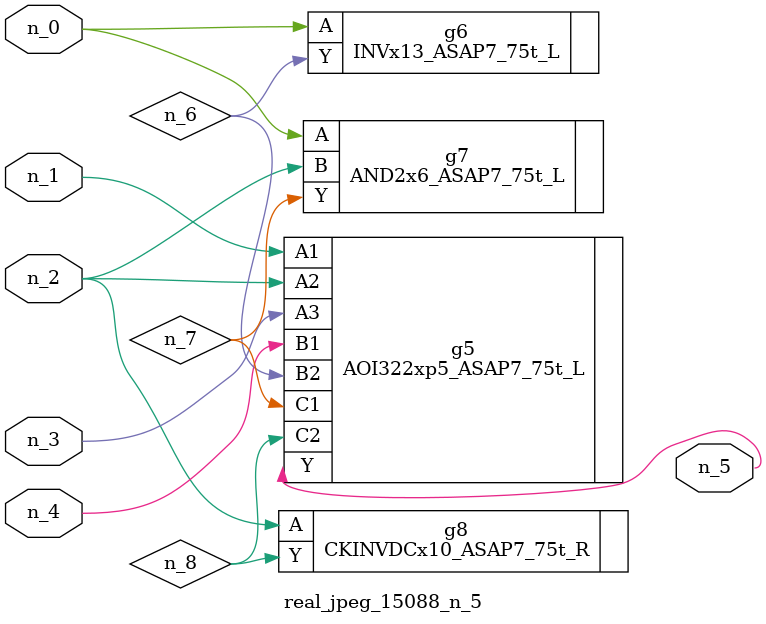
<source format=v>
module real_jpeg_15088_n_5 (n_4, n_0, n_1, n_2, n_3, n_5);

input n_4;
input n_0;
input n_1;
input n_2;
input n_3;

output n_5;

wire n_8;
wire n_6;
wire n_7;

INVx13_ASAP7_75t_L g6 ( 
.A(n_0),
.Y(n_6)
);

AND2x6_ASAP7_75t_L g7 ( 
.A(n_0),
.B(n_2),
.Y(n_7)
);

AOI322xp5_ASAP7_75t_L g5 ( 
.A1(n_1),
.A2(n_2),
.A3(n_3),
.B1(n_4),
.B2(n_6),
.C1(n_7),
.C2(n_8),
.Y(n_5)
);

CKINVDCx10_ASAP7_75t_R g8 ( 
.A(n_2),
.Y(n_8)
);


endmodule
</source>
